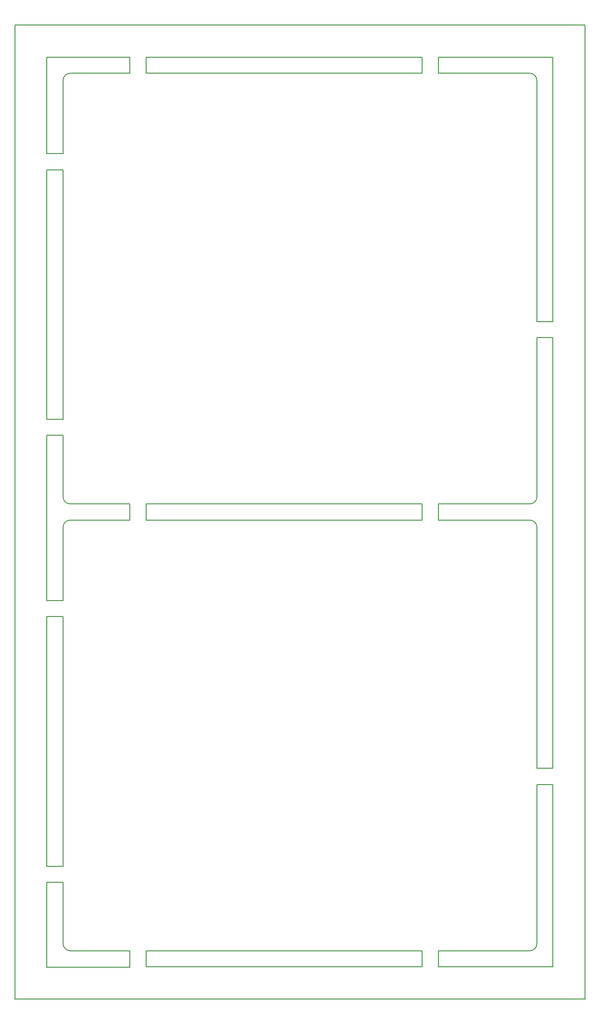
<source format=gbr>
G04 #@! TF.GenerationSoftware,KiCad,Pcbnew,(5.0.0)*
G04 #@! TF.CreationDate,2019-01-07T10:47:40-06:00*
G04 #@! TF.ProjectId,fk-atlas-v0.11-01x02,666B2D61746C61732D76302E31312D30,0.1*
G04 #@! TF.SameCoordinates,Original*
G04 #@! TF.FileFunction,Profile,NP*
%FSLAX46Y46*%
G04 Gerber Fmt 4.6, Leading zero omitted, Abs format (unit mm)*
G04 Created by KiCad (PCBNEW (5.0.0)) date 01/07/19 10:47:40*
%MOMM*%
%LPD*%
G01*
G04 APERTURE LIST*
%ADD10C,0.150000*%
%ADD11C,0.200000*%
G04 APERTURE END LIST*
D10*
X281851400Y-277519400D02*
X281851400Y-95979400D01*
X175451400Y-277559400D02*
X281851400Y-277519400D01*
X254451400Y-271519400D02*
X275851400Y-271519400D01*
X199951400Y-271539400D02*
X251451400Y-271509400D01*
X196951400Y-271559400D02*
X181451400Y-271559400D01*
X181451400Y-255759400D02*
X181451400Y-271559400D01*
X181451400Y-206259400D02*
X181451400Y-252769400D01*
X181451400Y-206259400D02*
X184451400Y-206259400D01*
X251451400Y-188259400D02*
X251451400Y-185259400D01*
X272851400Y-267184400D02*
X272851400Y-237534400D01*
X272851400Y-237534400D02*
X275851400Y-237534400D01*
X196951400Y-185259400D02*
X196951400Y-188259400D01*
X199951400Y-271534400D02*
X199951400Y-268534400D01*
X199951400Y-185259400D02*
X199951400Y-188259400D01*
X185811400Y-268529400D02*
X196951400Y-268534400D01*
X196951400Y-268534400D02*
X196951400Y-271559400D01*
X199951400Y-268534400D02*
X251451400Y-268509400D01*
X254451400Y-268509400D02*
X271501400Y-268534400D01*
X272851400Y-234534400D02*
X275851400Y-234534400D01*
X275851400Y-237534400D02*
X275851400Y-271519400D01*
X254451400Y-185259400D02*
X254451400Y-188259400D01*
X254451400Y-268509400D02*
X254451400Y-271509400D01*
X251451400Y-271509400D02*
X251451400Y-268509400D01*
X272851400Y-189634400D02*
X272851200Y-234534400D01*
X185805400Y-188263400D02*
X196951400Y-188259400D01*
X184451400Y-255759400D02*
X181451400Y-255759400D01*
X184451400Y-252759400D02*
X184451400Y-206259400D01*
X184451400Y-255759400D02*
X184461400Y-267179400D01*
X185805400Y-188263400D02*
G75*
G03X184459200Y-189609600I0J-1346200D01*
G01*
X199951400Y-188259400D02*
X251451400Y-188259400D01*
X271505000Y-268527400D02*
G75*
G03X272851200Y-267181200I0J1346200D01*
G01*
X272851200Y-189609600D02*
G75*
G03X271505000Y-188263400I-1346200J0D01*
G01*
X184459200Y-267181200D02*
G75*
G03X185805400Y-268527400I1346200J0D01*
G01*
X184451400Y-252759400D02*
X181451400Y-252759400D01*
D11*
X181451400Y-203259400D02*
X184451400Y-203259400D01*
D10*
X254451400Y-188289400D02*
X271511400Y-188259400D01*
X184451400Y-203259400D02*
X184461400Y-189619400D01*
X275851400Y-151264400D02*
X275851400Y-101989400D01*
X199951400Y-185269400D02*
X199951400Y-188269400D01*
X251451400Y-188269400D02*
X251451400Y-185269400D01*
X254451400Y-185269400D02*
X254451400Y-188269400D01*
X196951400Y-185269400D02*
X196951400Y-188269400D01*
X254451400Y-101989400D02*
X254451400Y-104989400D01*
X251451400Y-104989400D02*
X251451400Y-101989400D01*
X196951400Y-101989400D02*
X196951400Y-104989400D01*
X199951400Y-101989400D02*
X199951400Y-104989400D01*
X275851400Y-154264400D02*
X275851400Y-234539400D01*
X272851400Y-154264400D02*
X275851400Y-154264400D01*
X272851400Y-183914400D02*
X272851400Y-154264400D01*
X272851400Y-151264400D02*
X275851400Y-151264400D01*
X254451400Y-185239400D02*
X271511400Y-185259400D01*
X199951400Y-185264400D02*
X251451400Y-185239400D01*
X199951400Y-188264400D02*
X199951400Y-185264400D01*
X196951400Y-185264400D02*
X196951400Y-188289400D01*
X185801400Y-185264400D02*
X196951400Y-185264400D01*
X254451400Y-185239400D02*
X254451400Y-188289400D01*
X251451400Y-188289400D02*
X251451400Y-185239400D01*
X181451400Y-122989400D02*
X184451400Y-122989400D01*
X181451400Y-169489400D02*
X181451400Y-122989400D01*
X181451400Y-172489400D02*
X181441400Y-203259400D01*
X254451400Y-101989400D02*
X275851400Y-101989400D01*
X254451400Y-104989400D02*
X271511400Y-104989400D01*
X251451400Y-101989400D02*
X199951400Y-101989400D01*
X199951400Y-104989400D02*
X251451400Y-104989400D01*
X181451400Y-101989400D02*
X196951400Y-101989400D01*
X184451400Y-169489400D02*
X181451400Y-169489400D01*
X184451400Y-172489400D02*
X181451400Y-172489400D01*
X184451400Y-172489400D02*
X184461400Y-183929400D01*
X184451400Y-169489400D02*
X184451400Y-122989400D01*
X184471400Y-119999400D02*
X184461400Y-106339400D01*
D11*
X181451400Y-119989400D02*
X184451400Y-119989400D01*
X181451400Y-101989400D02*
X181451400Y-119989400D01*
D10*
X175461400Y-95989400D02*
X175451400Y-277559400D01*
D11*
X175461400Y-95989400D02*
X281851400Y-95999400D01*
D10*
X184459200Y-183911200D02*
G75*
G03X185805400Y-185257400I1346200J0D01*
G01*
X271505000Y-185257400D02*
G75*
G03X272851200Y-183911200I0J1346200D01*
G01*
X272851200Y-106339600D02*
G75*
G03X271505000Y-104993400I-1346200J0D01*
G01*
X185805400Y-104993400D02*
G75*
G03X184459200Y-106339600I0J-1346200D01*
G01*
X272851400Y-106364400D02*
X272851200Y-151264400D01*
X185805400Y-104993400D02*
X196951400Y-104989400D01*
M02*

</source>
